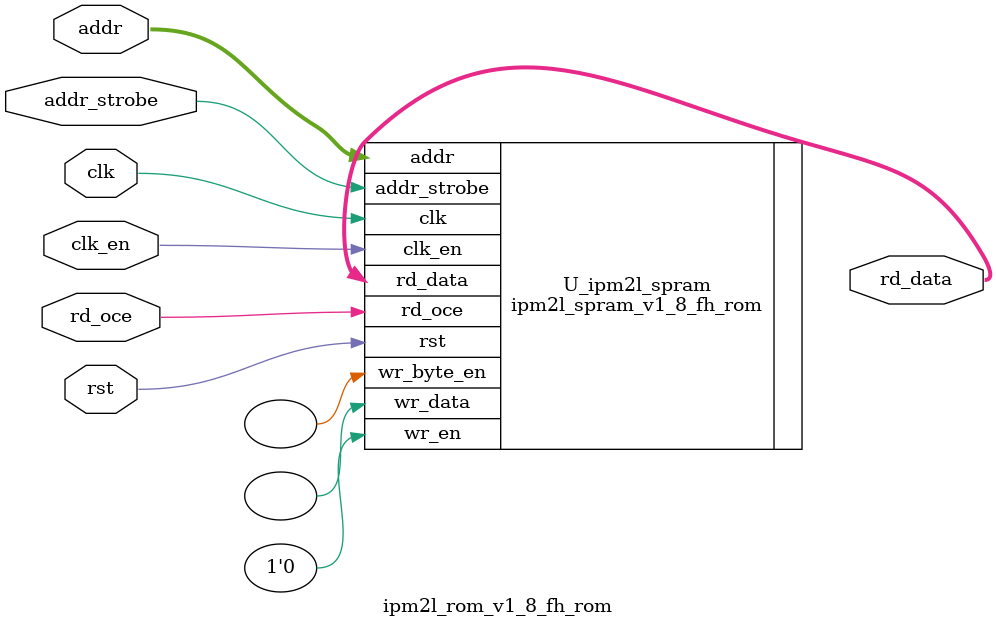
<source format=v>



module ipm2l_rom_v1_8_fh_rom #(
    parameter  c_CAS_MODE           = "18K"        ,  // "18K", "36K", "64K"
    parameter  c_ADDR_WIDTH         = 10           ,
    parameter  c_DATA_WIDTH         = 32           ,
    parameter  c_OUTPUT_REG         = 0            ,
    parameter  c_FAB_REG            = 0            ,
    parameter  c_RD_OCE_EN          = 0            ,
    parameter  c_CLK_EN             = 0            ,
    parameter  c_ADDR_STROBE_EN     = 0            ,
    parameter  c_RESET_TYPE         = "ASYNC_RESET",
    parameter  c_POWER_OPT          = 0            ,
    parameter  c_CLK_OR_POL_INV     = 0            ,
    parameter  c_INIT_FILE          = "NONE"       ,
    parameter  c_INIT_FORMAT        = "BIN"
) (
    input  wire [c_ADDR_WIDTH-1 : 0]  addr        ,
    output wire [c_DATA_WIDTH-1 : 0]  rd_data     ,
    input  wire                       clk         ,
    input  wire                       clk_en      ,
    input  wire                       addr_strobe ,
    input  wire                       rst         ,
    input  wire                       rd_oce
);

ipm2l_spram_v1_8_fh_rom #(
    .c_CAS_MODE             ( c_CAS_MODE        ),
    .c_ADDR_WIDTH           ( c_ADDR_WIDTH      ),
    .c_DATA_WIDTH           ( c_DATA_WIDTH      ),
    .c_OUTPUT_REG           ( c_OUTPUT_REG      ),
    .c_FAB_REG              ( c_FAB_REG         ),
    .c_RD_OCE_EN            ( c_RD_OCE_EN       ),
    .c_ADDR_STROBE_EN       ( c_ADDR_STROBE_EN  ),
    .c_CLK_EN               ( c_CLK_EN          ),
    .c_RESET_TYPE           ( c_RESET_TYPE      ),
    .c_POWER_OPT            ( c_POWER_OPT       ),
    .c_CLK_OR_POL_INV       ( c_CLK_OR_POL_INV  ),
    .c_INIT_FILE            ( c_INIT_FILE       ),
    .c_INIT_FORMAT          ( c_INIT_FORMAT     ),
    .c_WR_BYTE_EN           ( 0                 ),
    .c_BE_WIDTH             ( 1                 ),
    .c_RAM_MODE             ( "ROM"             ),
    .c_WRITE_MODE           ( "NORMAL_WRITE"    )
) U_ipm2l_spram (
    .addr        (addr),
    .wr_data     (),
    .rd_data     (rd_data),
    .wr_en       (1'b0),
    .clk         (clk),
    .clk_en      (clk_en),
    .addr_strobe (addr_strobe),
    .rst         (rst),
    .wr_byte_en  (),
    .rd_oce      (rd_oce)
);

endmodule

</source>
